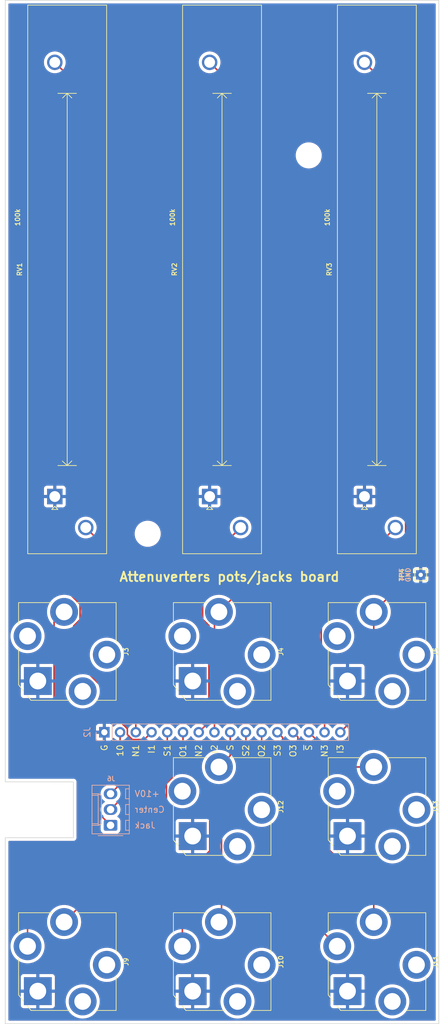
<source format=kicad_pcb>
(kicad_pcb (version 20211014) (generator pcbnew)
  (layers (0 "F.Cu" signal) (31 "B.Cu" signal) (34 "B.Paste" user) (35 "F.Paste" user) (36 "B.SilkS" user "B.Silkscreen") (37 "F.SilkS" user "F.Silkscreen") (38 "B.Mask" user) (39 "F.Mask" user) (44 "Edge.Cuts" user))
  (net 0 "")
  (net 1 "Board_0-10V_REF_P")
  (net 2 "Board_0-GND1")
  (net 3 "Board_0-INV1_P")
  (net 4 "Board_0-INV2_P")
  (net 5 "Board_0-INV3_P")
  (net 6 "Board_0-NONINV1_P")
  (net 7 "Board_0-NONINV2_P")
  (net 8 "Board_0-NONINV3_P")
  (net 9 "Board_0-Net-(J3-PadT)")
  (net 10 "Board_0-OUT1_P")
  (net 11 "Board_0-OUT2_P")
  (net 12 "Board_0-OUT3_P")
  (net 13 "Board_0-OUTSUM_P")
  (net 14 "Board_0-OUT~{SUM}_P")
  (net 15 "Board_0-SUM1_P")
  (net 16 "Board_0-SUM2_P")
  (net 17 "Board_0-SUM3_P")
  (footprint "ao_tht:Potentiometer_Alpha_RA6020F_Single_Slide" (layer "F.Cu") (at 147.999999 97.499997 90)
    (fp_text reference "RV2" (at 36.62 -5.68 90 unlocked) (layer "F.SilkS") (effects (font (size 0.75 0.75))))
    (fp_text value "100k")
    (fp_text user "${VALUE}" (at 45 -6 90 unlocked) (layer "F.SilkS") (effects (font (size 0.75 0.75))))
    (fp_line (start 65 2) (end 64.25 2.75) (layer "F.SilkS") (width 0.12))
    (fp_line (start -1.585 0) (end -2.085 -0.5) (layer "F.SilkS") (width 0.12))
    (fp_line (start -9.22 -4.37) (end 79.22 -4.37) (layer "F.SilkS") (width 0.12))
    (fp_line (start 5 2) (end 65 2) (layer "F.SilkS") (width 0.12))
    (fp_line (start -2.085 0.5) (end -1.585 0) (layer "F.SilkS") (width 0.12))
    (fp_line (start -2.085 -0.5) (end -2.085 0.5) (layer "F.SilkS") (width 0.12))
    (fp_line (start 5.72 1.22) (end 5 2) (layer "F.SilkS") (width 0.12))
    (fp_line (start 65 0.5) (end 65 3.5) (layer "F.SilkS") (width 0.12))
    (fp_line (start 64.25 1.25) (end 65 2) (layer "F.SilkS") (width 0.12))
    (fp_line (start 5 0.5) (end 5 3.5) (layer "F.SilkS") (width 0.12))
    (fp_line (start -9.22 8.37) (end 79.22 8.37) (layer "F.SilkS") (width 0.12))
    (fp_line (start 5 2) (end 5.75 2.75) (layer "F.SilkS") (width 0.12))
    (fp_line (start -9.22 -4.37) (end -9.22 8.37) (layer "F.SilkS") (width 0.12))
    (fp_line (start 79.22 -4.37) (end 79.22 8.37) (layer "F.SilkS") (width 0.12))
    (pad "1" thru_hole rect locked (at 0 0 90) (size 2.5 2.5) (drill 1.75) (layers *.Cu *.Mask) (net 2 "Board_0-GND1"))
    (pad "2" thru_hole circle locked (at -5 5 90) (size 2.5 2.5) (drill 1.75) (layers *.Cu *.Mask) (net 7 "Board_0-NONINV2_P"))
    (pad "3" thru_hole circle locked (at 70 0 90) (size 2.5 2.5) (drill 1.75) (layers *.Cu *.Mask) (net 4 "Board_0-INV2_P"))
  )
  (footprint "ao_tht:Potentiometer_Alpha_RA6020F_Single_Slide" (layer "F.Cu") (at 122.999999 97.499997 90)
    (fp_text reference "RV1" (at 36.62 -5.68 90 unlocked) (layer "F.SilkS") (effects (font (size 0.75 0.75))))
    (fp_text value "100k")
    (fp_text user "${VALUE}" (at 45 -6 90 unlocked) (layer "F.SilkS") (effects (font (size 0.75 0.75))))
    (fp_line (start -9.22 -4.37) (end 79.22 -4.37) (layer "F.SilkS") (width 0.12))
    (fp_line (start 65 0.5) (end 65 3.5) (layer "F.SilkS") (width 0.12))
    (fp_line (start 5.72 1.22) (end 5 2) (layer "F.SilkS") (width 0.12))
    (fp_line (start 5 2) (end 65 2) (layer "F.SilkS") (width 0.12))
    (fp_line (start -9.22 -4.37) (end -9.22 8.37) (layer "F.SilkS") (width 0.12))
    (fp_line (start 79.22 -4.37) (end 79.22 8.37) (layer "F.SilkS") (width 0.12))
    (fp_line (start -2.085 -0.5) (end -2.085 0.5) (layer "F.SilkS") (width 0.12))
    (fp_line (start -1.585 0) (end -2.085 -0.5) (layer "F.SilkS") (width 0.12))
    (fp_line (start -2.085 0.5) (end -1.585 0) (layer "F.SilkS") (width 0.12))
    (fp_line (start 65 2) (end 64.25 2.75) (layer "F.SilkS") (width 0.12))
    (fp_line (start 5 0.5) (end 5 3.5) (layer "F.SilkS") (width 0.12))
    (fp_line (start 5 2) (end 5.75 2.75) (layer "F.SilkS") (width 0.12))
    (fp_line (start -9.22 8.37) (end 79.22 8.37) (layer "F.SilkS") (width 0.12))
    (fp_line (start 64.25 1.25) (end 65 2) (layer "F.SilkS") (width 0.12))
    (pad "1" thru_hole rect locked (at 0 0 90) (size 2.5 2.5) (drill 1.75) (layers *.Cu *.Mask) (net 2 "Board_0-GND1"))
    (pad "2" thru_hole circle locked (at -5 5 90) (size 2.5 2.5) (drill 1.75) (layers *.Cu *.Mask) (net 6 "Board_0-NONINV1_P"))
    (pad "3" thru_hole circle locked (at 70 0 90) (size 2.5 2.5) (drill 1.75) (layers *.Cu *.Mask) (net 3 "Board_0-INV1_P"))
  )
  (footprint "ao_tht:MountingHole_3.2mm_M3" (layer "F.Cu") (at 163.999999 42.499997)
    (fp_text reference "H2" hide)
    (fp_text value "MountingHole")
    (pad "" np_thru_hole circle locked (at 0 0) (size 3.2 3.2) (drill 3.2) (layers *.Cu *.Mask))
  )
  (footprint "ao_tht:Jack_6.35mm_PJ_629HAN" (layer "F.Cu") (at 174.999999 147.499997 -90)
    (fp_text reference "J13" (at 0 -9.5 90 unlocked) (layer "F.SilkS") (effects (font (size 0.75 0.75))))
    (fp_text value "AudioJack2")
    (fp_line (start 2.5 -7.9) (end 7.85 -7.9) (layer "F.SilkS") (width 0.12))
    (fp_line (start 6.29 7.09) (end 5.35 7.85) (layer "F.SilkS") (width 0.12))
    (fp_line (start -7.9 7.85) (end -7.9 2.5) (layer "F.SilkS") (width 0.12))
    (fp_line (start -4.5 7.85) (end -7.9 7.85) (layer "F.SilkS") (width 0.12))
    (fp_line (start 7.85 5.85) (end 7.11 6.44) (layer "F.SilkS") (width 0.12))
    (fp_line (start -7.9 -7.9) (end -1.5 -7.9) (layer "F.SilkS") (width 0.12))
    (fp_line (start -7.9 -1.5) (end -7.9 -7.9) (layer "F.SilkS") (width 0.12))
    (fp_line (start 7.85 -7.9) (end 7.85 -4.7) (layer "F.SilkS") (width 0.12))
    (fp_line (start 7.85 5.8) (end 7.85 5.85) (layer "F.SilkS") (width 0.12))
    (fp_line (start 7.85 -0.4) (end 7.85 5.8) (layer "F.SilkS") (width 0.12))
    (fp_line (start 5.35 7.85) (end -0.5 7.85) (layer "F.SilkS") (width 0.12))
    (pad "R" thru_hole circle locked (at 0.5 -6.4 270) (size 4.500001 4.500001) (drill 2.7) (layers *.Cu *.Mask))
    (pad "RN" thru_hole circle locked (at 6.4 -2.5 270) (size 4.500001 4.500001) (drill 2.7) (layers *.Cu *.Mask))
    (pad "S" thru_hole rect locked (at 4.74 4.74 270) (size 4.500001 4.500001) (drill 2.7) (layers *.Cu *.Mask) (net 2 "Board_0-GND1"))
    (pad "T" thru_hole circle locked (at -6.4 0.5 270) (size 4.5 4.5) (drill 2.7) (layers *.Cu *.Mask) (net 14 "Board_0-OUT~{SUM}_P"))
    (pad "TN" thru_hole circle locked (at -2.5 6.4 270) (size 4.5 4.5) (drill 2.7) (layers *.Cu *.Mask))
  )
  (footprint "ao_tht:Jack_6.35mm_PJ_629HAN" (layer "F.Cu") (at 149.999999 147.499997 -90)
    (fp_text reference "J12" (at 0 -9.5 90 unlocked) (layer "F.SilkS") (effects (font (size 0.75 0.75))))
    (fp_text value "AudioJack2")
    (fp_line (start 7.85 5.8) (end 7.85 5.85) (layer "F.SilkS") (width 0.12))
    (fp_line (start -4.5 7.85) (end -7.9 7.85) (layer "F.SilkS") (width 0.12))
    (fp_line (start 5.35 7.85) (end -0.5 7.85) (layer "F.SilkS") (width 0.12))
    (fp_line (start -7.9 -1.5) (end -7.9 -7.9) (layer "F.SilkS") (width 0.12))
    (fp_line (start -7.9 7.85) (end -7.9 2.5) (layer "F.SilkS") (width 0.12))
    (fp_line (start 2.5 -7.9) (end 7.85 -7.9) (layer "F.SilkS") (width 0.12))
    (fp_line (start 7.85 -0.4) (end 7.85 5.8) (layer "F.SilkS") (width 0.12))
    (fp_line (start -7.9 -7.9) (end -1.5 -7.9) (layer "F.SilkS") (width 0.12))
    (fp_line (start 7.85 5.85) (end 7.11 6.44) (layer "F.SilkS") (width 0.12))
    (fp_line (start 7.85 -7.9) (end 7.85 -4.7) (layer "F.SilkS") (width 0.12))
    (fp_line (start 6.29 7.09) (end 5.35 7.85) (layer "F.SilkS") (width 0.12))
    (pad "R" thru_hole circle locked (at 0.5 -6.4 270) (size 4.500001 4.500001) (drill 2.7) (layers *.Cu *.Mask))
    (pad "RN" thru_hole circle locked (at 6.4 -2.5 270) (size 4.500001 4.500001) (drill 2.7) (layers *.Cu *.Mask))
    (pad "S" thru_hole rect locked (at 4.74 4.74 270) (size 4.500001 4.500001) (drill 2.7) (layers *.Cu *.Mask) (net 2 "Board_0-GND1"))
    (pad "T" thru_hole circle locked (at -6.4 0.5 270) (size 4.5 4.5) (drill 2.7) (layers *.Cu *.Mask) (net 13 "Board_0-OUTSUM_P"))
    (pad "TN" thru_hole circle locked (at -2.5 6.4 270) (size 4.5 4.5) (drill 2.7) (layers *.Cu *.Mask))
  )
  (footprint "ao_tht:TestPoint_THTPad_1.5x1.5mm_Drill0.7mm" (layer "F.Cu") (at 182.079999 110.129997 90)
    (fp_text reference "TP4" (at 0 -3.048 90 unlocked) (layer "F.SilkS") (effects (font (size 0.75 0.75))))
    (fp_text value "GND")
    (fp_text user "${VALUE}" (at 0 -2.032 90 unlocked) (layer "B.SilkS") (effects (font (size 0.75 0.75)) (justify mirror)))
    (fp_text user "${REFERENCE}" (at 0 -3.048 90 unlocked) (layer "B.SilkS") (effects (font (size 0.75 0.75)) (justify mirror)))
    (fp_text user "${VALUE}" (at 0 -2.032 90 unlocked) (layer "F.SilkS") (effects (font (size 0.75 0.75))))
    (fp_line (start -0.95 0.95) (end -0.95 -0.95) (layer "F.SilkS") (width 0.12))
    (fp_line (start 0.95 0.95) (end -0.95 0.95) (layer "F.SilkS") (width 0.12))
    (fp_line (start -0.95 -0.95) (end 0.95 -0.95) (layer "F.SilkS") (width 0.12))
    (fp_line (start 0.95 -0.95) (end 0.95 0.95) (layer "F.SilkS") (width 0.12))
    (pad "1" thru_hole rect locked (at 0 0 90) (size 1.5 1.5) (drill 0.7) (layers *.Cu *.Mask) (net 2 "Board_0-GND1"))
  )
  (footprint "ao_tht:Jack_6.35mm_PJ_629HAN" (layer "F.Cu") (at 124.999999 122.499997 -90)
    (fp_text reference "J3" (at 0 -9.5 90 unlocked) (layer "F.SilkS") (effects (font (size 0.75 0.75))))
    (fp_text value "AudioJack2")
    (fp_line (start 2.5 -7.9) (end 7.85 -7.9) (layer "F.SilkS") (width 0.12))
    (fp_line (start 7.85 -0.4) (end 7.85 5.8) (layer "F.SilkS") (width 0.12))
    (fp_line (start -7.9 -1.5) (end -7.9 -7.9) (layer "F.SilkS") (width 0.12))
    (fp_line (start -7.9 -7.9) (end -1.5 -7.9) (layer "F.SilkS") (width 0.12))
    (fp_line (start 6.29 7.09) (end 5.35 7.85) (layer "F.SilkS") (width 0.12))
    (fp_line (start 7.85 -7.9) (end 7.85 -4.7) (layer "F.SilkS") (width 0.12))
    (fp_line (start -7.9 7.85) (end -7.9 2.5) (layer "F.SilkS") (width 0.12))
    (fp_line (start 7.85 5.85) (end 7.11 6.44) (layer "F.SilkS") (width 0.12))
    (fp_line (start 7.85 5.8) (end 7.85 5.85) (layer "F.SilkS") (width 0.12))
    (fp_line (start 5.35 7.85) (end -0.5 7.85) (layer "F.SilkS") (width 0.12))
    (fp_line (start -4.5 7.85) (end -7.9 7.85) (layer "F.SilkS") (width 0.12))
    (pad "R" thru_hole circle locked (at 0.5 -6.4 270) (size 4.500001 4.500001) (drill 2.7) (layers *.Cu *.Mask))
    (pad "RN" thru_hole circle locked (at 6.4 -2.5 270) (size 4.500001 4.500001) (drill 2.7) (layers *.Cu *.Mask))
    (pad "S" thru_hole rect locked (at 4.74 4.74 270) (size 4.500001 4.500001) (drill 2.7) (layers *.Cu *.Mask) (net 2 "Board_0-GND1"))
    (pad "T" thru_hole circle locked (at -6.4 0.5 270) (size 4.5 4.5) (drill 2.7) (layers *.Cu *.Mask) (net 9 "Board_0-Net-(J3-PadT)"))
    (pad "TN" thru_hole circle locked (at -2.5 6.4 270) (size 4.5 4.5) (drill 2.7) (layers *.Cu *.Mask))
  )
  (footprint "ao_tht:Jack_6.35mm_PJ_629HAN" (layer "F.Cu") (at 124.999999 172.499997 -90)
    (fp_text reference "J9" (at 0 -9.5 90 unlocked) (layer "F.SilkS") (effects (font (size 0.75 0.75))))
    (fp_text value "AudioJack2_SwitchT")
    (fp_line (start 7.85 -0.4) (end 7.85 5.8) (layer "F.SilkS") (width 0.12))
    (fp_line (start -7.9 7.85) (end -7.9 2.5) (layer "F.SilkS") (width 0.12))
    (fp_line (start 5.35 7.85) (end -0.5 7.85) (layer "F.SilkS") (width 0.12))
    (fp_line (start 7.85 5.8) (end 7.85 5.85) (layer "F.SilkS") (width 0.12))
    (fp_line (start 7.85 5.85) (end 7.11 6.44) (layer "F.SilkS") (width 0.12))
    (fp_line (start 6.29 7.09) (end 5.35 7.85) (layer "F.SilkS") (width 0.12))
    (fp_line (start -7.9 -7.9) (end -1.5 -7.9) (layer "F.SilkS") (width 0.12))
    (fp_line (start 2.5 -7.9) (end 7.85 -7.9) (layer "F.SilkS") (width 0.12))
    (fp_line (start -7.9 -1.5) (end -7.9 -7.9) (layer "F.SilkS") (width 0.12))
    (fp_line (start -4.5 7.85) (end -7.9 7.85) (layer "F.SilkS") (width 0.12))
    (fp_line (start 7.85 -7.9) (end 7.85 -4.7) (layer "F.SilkS") (width 0.12))
    (pad "R" thru_hole circle locked (at 0.5 -6.4 270) (size 4.500001 4.500001) (drill 2.7) (layers *.Cu *.Mask))
    (pad "RN" thru_hole circle locked (at 6.4 -2.5 270) (size 4.500001 4.500001) (drill 2.7) (layers *.Cu *.Mask))
    (pad "S" thru_hole rect locked (at 4.74 4.74 270) (size 4.500001 4.500001) (drill 2.7) (layers *.Cu *.Mask) (net 2 "Board_0-GND1"))
    (pad "T" thru_hole circle locked (at -6.4 0.5 270) (size 4.5 4.5) (drill 2.7) (layers *.Cu *.Mask) (net 10 "Board_0-OUT1_P"))
    (pad "TN" thru_hole circle locked (at -2.5 6.4 270) (size 4.5 4.5) (drill 2.7) (layers *.Cu *.Mask) (net 15 "Board_0-SUM1_P"))
  )
  (footprint "ao_tht:Potentiometer_Alpha_RA6020F_Single_Slide" (layer "F.Cu") (at 172.999999 97.499997 90)
    (fp_text reference "RV3" (at 36.62 -5.68 90 unlocked) (layer "F.SilkS") (effects (font (size 0.75 0.75))))
    (fp_text value "100k")
    (fp_text user "${VALUE}" (at 45 -6 90 unlocked) (layer "F.SilkS") (effects (font (size 0.75 0.75))))
    (fp_line (start -2.085 0.5) (end -1.585 0) (layer "F.SilkS") (width 0.12))
    (fp_line (start 79.22 -4.37) (end 79.22 8.37) (layer "F.SilkS") (width 0.12))
    (fp_line (start 5.72 1.22) (end 5 2) (layer "F.SilkS") (width 0.12))
    (fp_line (start -9.22 8.37) (end 79.22 8.37) (layer "F.SilkS") (width 0.12))
    (fp_line (start 5 2) (end 5.75 2.75) (layer "F.SilkS") (width 0.12))
    (fp_line (start 5 2) (end 65 2) (layer "F.SilkS") (width 0.12))
    (fp_line (start 64.25 1.25) (end 65 2) (layer "F.SilkS") (width 0.12))
    (fp_line (start -1.585 0) (end -2.085 -0.5) (layer "F.SilkS") (width 0.12))
    (fp_line (start -9.22 -4.37) (end 79.22 -4.37) (layer "F.SilkS") (width 0.12))
    (fp_line (start 65 2) (end 64.25 2.75) (layer "F.SilkS") (width 0.12))
    (fp_line (start -9.22 -4.37) (end -9.22 8.37) (layer "F.SilkS") (width 0.12))
    (fp_line (start 65 0.5) (end 65 3.5) (layer "F.SilkS") (width 0.12))
    (fp_line (start 5 0.5) (end 5 3.5) (layer "F.SilkS") (width 0.12))
    (fp_line (start -2.085 -0.5) (end -2.085 0.5) (layer "F.SilkS") (width 0.12))
    (pad "1" thru_hole rect locked (at 0 0 90) (size 2.5 2.5) (drill 1.75) (layers *.Cu *.Mask) (net 2 "Board_0-GND1"))
    (pad "2" thru_hole circle locked (at -5 5 90) (size 2.5 2.5) (drill 1.75) (layers *.Cu *.Mask) (net 8 "Board_0-NONINV3_P"))
    (pad "3" thru_hole circle locked (at 70 0 90) (size 2.5 2.5) (drill 1.75) (layers *.Cu *.Mask) (net 5 "Board_0-INV3_P"))
  )
  (footprint "ao_tht:MountingHole_3.2mm_M3" (layer "F.Cu") (at 137.999999 103.499997)
    (fp_text reference "H3" hide)
    (fp_text value "MountingHole")
    (pad "" np_thru_hole circle locked (at 0 0) (size 3.2 3.2) (drill 3.2) (layers *.Cu *.Mask))
  )
  (footprint "ao_tht:Jack_6.35mm_PJ_629HAN" (layer "F.Cu") (at 149.999999 122.499997 -90)
    (fp_text reference "J4" (at 0 -9.5 90 unlocked) (layer "F.SilkS") (effects (font (size 0.75 0.75))))
    (fp_text value "AudioJack2")
    (fp_line (start 7.85 -0.4) (end 7.85 5.8) (layer "F.SilkS") (width 0.12))
    (fp_line (start 2.5 -7.9) (end 7.85 -7.9) (layer "F.SilkS") (width 0.12))
    (fp_line (start -7.9 -7.9) (end -1.5 -7.9) (layer "F.SilkS") (width 0.12))
    (fp_line (start 7.85 5.8) (end 7.85 5.85) (layer "F.SilkS") (width 0.12))
    (fp_line (start 5.35 7.85) (end -0.5 7.85) (layer "F.SilkS") (width 0.12))
    (fp_line (start 6.29 7.09) (end 5.35 7.85) (layer "F.SilkS") (width 0.12))
    (fp_line (start -4.5 7.85) (end -7.9 7.85) (layer "F.SilkS") (width 0.12))
    (fp_line (start 7.85 -7.9) (end 7.85 -4.7) (layer "F.SilkS") (width 0.12))
    (fp_line (start 7.85 5.85) (end 7.11 6.44) (layer "F.SilkS") (width 0.12))
    (fp_line (start -7.9 7.85) (end -7.9 2.5) (layer "F.SilkS") (width 0.12))
    (fp_line (start -7.9 -1.5) (end -7.9 -7.9) (layer "F.SilkS") (width 0.12))
    (pad "R" thru_hole circle locked (at 0.5 -6.4 270) (size 4.500001 4.500001) (drill 2.7) (layers *.Cu *.Mask))
    (pad "RN" thru_hole circle locked (at 6.4 -2.5 270) (size 4.500001 4.500001) (drill 2.7) (layers *.Cu *.Mask))
    (pad "S" thru_hole rect locked (at 4.74 4.74 270) (size 4.500001 4.500001) (drill 2.7) (layers *.Cu *.Mask) (net 2 "Board_0-GND1"))
    (pad "T" thru_hole circle locked (at -6.4 0.5 270) (size 4.5 4.5) (drill 2.7) (layers *.Cu *.Mask) (net 4 "Board_0-INV2_P"))
    (pad "TN" thru_hole circle locked (at -2.5 6.4 270) (size 4.5 4.5) (drill 2.7) (layers *.Cu *.Mask))
  )
  (footprint "ao_tht:Jack_6.35mm_PJ_629HAN" (layer "F.Cu") (at 149.999999 172.499997 -90)
    (fp_text reference "J10" (at 0 -9.5 90 unlocked) (layer "F.SilkS") (effects (font (size 0.75 0.75))))
    (fp_text value "AudioJack2_SwitchT")
    (fp_line (start -4.5 7.85) (end -7.9 7.85) (layer "F.SilkS") (width 0.12))
    (fp_line (start 7.85 5.85) (end 7.11 6.44) (layer "F.SilkS") (width 0.12))
    (fp_line (start 5.35 7.85) (end -0.5 7.85) (layer "F.SilkS") (width 0.12))
    (fp_line (start 7.85 5.8) (end 7.85 5.85) (layer "F.SilkS") (width 0.12))
    (fp_line (start 2.5 -7.9) (end 7.85 -7.9) (layer "F.SilkS") (width 0.12))
    (fp_line (start -7.9 -7.9) (end -1.5 -7.9) (layer "F.SilkS") (width 0.12))
    (fp_line (start 7.85 -7.9) (end 7.85 -4.7) (layer "F.SilkS") (width 0.12))
    (fp_line (start -7.9 -1.5) (end -7.9 -7.9) (layer "F.SilkS") (width 0.12))
    (fp_line (start 7.85 -0.4) (end 7.85 5.8) (layer "F.SilkS") (width 0.12))
    (fp_line (start 6.29 7.09) (end 5.35 7.85) (layer "F.SilkS") (width 0.12))
    (fp_line (start -7.9 7.85) (end -7.9 2.5) (layer "F.SilkS") (width 0.12))
    (pad "R" thru_hole circle locked (at 0.5 -6.4 270) (size 4.500001 4.500001) (drill 2.7) (layers *.Cu *.Mask))
    (pad "RN" thru_hole circle locked (at 6.4 -2.5 270) (size 4.500001 4.500001) (drill 2.7) (layers *.Cu *.Mask))
    (pad "S" thru_hole rect locked (at 4.74 4.74 270) (size 4.500001 4.500001) (drill 2.7) (layers *.Cu *.Mask) (net 2 "Board_0-GND1"))
    (pad "T" thru_hole circle locked (at -6.4 0.5 270) (size 4.5 4.5) (drill 2.7) (layers *.Cu *.Mask) (net 11 "Board_0-OUT2_P"))
    (pad "TN" thru_hole circle locked (at -2.5 6.4 270) (size 4.5 4.5) (drill 2.7) (layers *.Cu *.Mask) (net 16 "Board_0-SUM2_P"))
  )
  (footprint "ao_tht:Jack_6.35mm_PJ_629HAN" (layer "F.Cu") (at 174.999999 122.499997 -90)
    (fp_text reference "J5" (at 0 -9.5 90 unlocked) (layer "F.SilkS") (effects (font (size 0.75 0.75))))
    (fp_text value "AudioJack2")
    (fp_line (start 5.35 7.85) (end -0.5 7.85) (layer "F.SilkS") (width 0.12))
    (fp_line (start 7.85 -0.4) (end 7.85 5.8) (layer "F.SilkS") (width 0.12))
    (fp_line (start -7.9 7.85) (end -7.9 2.5) (layer "F.SilkS") (width 0.12))
    (fp_line (start 7.85 5.85) (end 7.11 6.44) (layer "F.SilkS") (width 0.12))
    (fp_line (start -7.9 -1.5) (end -7.9 -7.9) (layer "F.SilkS") (width 0.12))
    (fp_line (start -4.5 7.85) (end -7.9 7.85) (layer "F.SilkS") (width 0.12))
    (fp_line (start 6.29 7.09) (end 5.35 7.85) (layer "F.SilkS") (width 0.12))
    (fp_line (start -7.9 -7.9) (end -1.5 -7.9) (layer "F.SilkS") (width 0.12))
    (fp_line (start 2.5 -7.9) (end 7.85 -7.9) (layer "F.SilkS") (width 0.12))
    (fp_line (start 7.85 5.8) (end 7.85 5.85) (layer "F.SilkS") (width 0.12))
    (fp_line (start 7.85 -7.9) (end 7.85 -4.7) (layer "F.SilkS") (width 0.12))
    (pad "R" thru_hole circle locked (at 0.5 -6.4 270) (size 4.500001 4.500001) (drill 2.7) (layers *.Cu *.Mask))
    (pad "RN" thru_hole circle locked (at 6.4 -2.5 270) (size 4.500001 4.500001) (drill 2.7) (layers *.Cu *.Mask))
    (pad "S" thru_hole rect locked (at 4.74 4.74 270) (size 4.500001 4.500001) (drill 2.7) (layers *.Cu *.Mask) (net 2 "Board_0-GND1"))
    (pad "T" thru_hole circle locked (at -6.4 0.5 270) (size 4.5 4.5) (drill 2.7) (layers *.Cu *.Mask) (net 5 "Board_0-INV3_P"))
    (pad "TN" thru_hole circle locked (at -2.5 6.4 270) (size 4.5 4.5) (drill 2.7) (layers *.Cu *.Mask))
  )
  (footprint "ao_tht:Jack_6.35mm_PJ_629HAN" (layer "F.Cu") (at 174.999999 172.499997 -90)
    (fp_text reference "J11" (at 0 -9.5 90 unlocked) (layer "F.SilkS") (effects (font (size 0.75 0.75))))
    (fp_text value "AudioJack2_SwitchT")
    (fp_line (start 5.35 7.85) (end -0.5 7.85) (layer "F.SilkS") (width 0.12))
    (fp_line (start -7.9 7.85) (end -7.9 2.5) (layer "F.SilkS") (width 0.12))
    (fp_line (start 7.85 5.85) (end 7.11 6.44) (layer "F.SilkS") (width 0.12))
    (fp_line (start 6.29 7.09) (end 5.35 7.85) (layer "F.SilkS") (width 0.12))
    (fp_line (start -7.9 -7.9) (end -1.5 -7.9) (layer "F.SilkS") (width 0.12))
    (fp_line (start -4.5 7.85) (end -7.9 7.85) (layer "F.SilkS") (width 0.12))
    (fp_line (start 7.85 -7.9) (end 7.85 -4.7) (layer "F.SilkS") (width 0.12))
    (fp_line (start 2.5 -7.9) (end 7.85 -7.9) (layer "F.SilkS") (width 0.12))
    (fp_line (start 7.85 -0.4) (end 7.85 5.8) (layer "F.SilkS") (width 0.12))
    (fp_line (start 7.85 5.8) (end 7.85 5.85) (layer "F.SilkS") (width 0.12))
    (fp_line (start -7.9 -1.5) (end -7.9 -7.9) (layer "F.SilkS") (width 0.12))
    (pad "R" thru_hole circle locked (at 0.5 -6.4 270) (size 4.500001 4.500001) (drill 2.7) (layers *.Cu *.Mask))
    (pad "RN" thru_hole circle locked (at 6.4 -2.5 270) (size 4.500001 4.500001) (drill 2.7) (layers *.Cu *.Mask))
    (pad "S" thru_hole rect locked (at 4.74 4.74 270) (size 4.500001 4.500001) (drill 2.7) (layers *.Cu *.Mask) (net 2 "Board_0-GND1"))
    (pad "T" thru_hole circle locked (at -6.4 0.5 270) (size 4.5 4.5) (drill 2.7) (layers *.Cu *.Mask) (net 12 "Board_0-OUT3_P"))
    (pad "TN" thru_hole circle locked (at -2.5 6.4 270) (size 4.5 4.5) (drill 2.7) (layers *.Cu *.Mask) (net 17 "Board_0-SUM3_P"))
  )
  (footprint "ao_tht:Molex_KK-254_AE-6410-03A_1x03_P2.54mm_Vertical" (layer "B.Cu") (at 131.999999 150.499997 90)
    (fp_text reference "J6" (at 7.5 0.08 unlocked) (layer "B.SilkS") (effects (font (size 0.75 0.75)) (justify mirror)))
    (fp_text value "3_pin_Molex_header")
    (fp_line (start 5.08 -1.99) (end 5.08 -2.99) (layer "B.SilkS") (width 0.12))
    (fp_line (start 0.25 -1.46) (end 4.83 -1.46) (layer "B.SilkS") (width 0.12))
    (fp_line (start 5.88 2.43) (end 5.88 3.03) (layer "B.SilkS") (width 0.12))
    (fp_line (start 1.74 2.43) (end 3.34 2.43) (layer "B.SilkS") (width 0.12))
    (fp_line (start 0 -1.99) (end 0.25 -1.46) (layer "B.SilkS") (width 0.12))
    (fp_line (start 0 -2.99) (end 0 -1.99) (layer "B.SilkS") (width 0.12))
    (fp_line (start -0.8 3.03) (end -0.8 2.43) (layer "B.SilkS") (width 0.12))
    (fp_line (start -1.67 2) (end -1.67 -2) (layer "B.SilkS") (width 0.12))
    (fp_line (start 4.28 2.43) (end 5.88 2.43) (layer "B.SilkS") (width 0.12))
    (fp_line (start 4.28 3.03) (end 4.28 2.43) (layer "B.SilkS") (width 0.12))
    (fp_line (start 6.46 3.03) (end -1.38 3.03) (layer "B.SilkS") (width 0.12))
    (fp_line (start -0.8 2.43) (end 0.8 2.43) (layer "B.SilkS") (width 0.12))
    (fp_line (start 6.46 -2.99) (end 6.46 3.03) (layer "B.SilkS") (width 0.12))
    (fp_line (start 0 -1.99) (end 5.08 -1.99) (layer "B.SilkS") (width 0.12))
    (fp_line (start 4.83 -1.46) (end 5.08 -1.99) (layer "B.SilkS") (width 0.12))
    (fp_line (start -1.38 3.03) (end -1.38 -2.99) (layer "B.SilkS") (width 0.12))
    (fp_line (start 0.8 2.43) (end 0.8 3.03) (layer "B.SilkS") (width 0.12))
    (fp_line (start -1.38 -2.99) (end 6.46 -2.99) (layer "B.SilkS") (width 0.12))
    (fp_line (start 1.74 3.03) (end 1.74 2.43) (layer "B.SilkS") (width 0.12))
    (fp_line (start 4.83 -2.99) (end 4.83 -1.99) (layer "B.SilkS") (width 0.12))
    (fp_line (start 3.34 2.43) (end 3.34 3.03) (layer "B.SilkS") (width 0.12))
    (fp_line (start 0.25 -2.99) (end 0.25 -1.99) (layer "B.SilkS") (width 0.12))
    (pad "1" thru_hole roundrect locked (at 0 0 90) (size 1.74 2.2) (drill 1.2) (layers *.Cu *.Mask) (roundrect_rratio 0.143678) (net 9 "Board_0-Net-(J3-PadT)"))
    (pad "2" thru_hole oval locked (at 2.54 0 90) (size 1.74 2.2) (drill 1.2) (layers *.Cu *.Mask) (net 3 "Board_0-INV1_P"))
    (pad "3" thru_hole oval locked (at 5.08 0 90) (size 1.74 2.2) (drill 1.2) (layers *.Cu *.Mask) (net 1 "Board_0-10V_REF_P"))
  )
  (footprint "Connector_PinSocket_2.54mm:PinSocket_1x16_P2.54mm_Vertical" (layer "B.Cu") (at 130.999999 135.499997 -90)
    (fp_text reference "J2" (at 0 2.77 90 unlocked) (layer "B.SilkS") (effects (justify mirror)))
    (fp_text value "Conn_01x16")
    (fp_line (start 1.33 -1.27) (end 1.33 -39.43) (layer "B.SilkS") (width 0.12))
    (fp_line (start 1.33 1.33) (end 1.33 0) (layer "B.SilkS") (width 0.12))
    (fp_line (start -1.33 -1.27) (end 1.33 -1.27) (layer "B.SilkS") (width 0.12))
    (fp_line (start -1.33 -1.27) (end -1.33 -39.43) (layer "B.SilkS") (width 0.12))
    (fp_line (start -1.33 -39.43) (end 1.33 -39.43) (layer "B.SilkS") (width 0.12))
    (fp_line (start 0 1.33) (end 1.33 1.33) (layer "B.SilkS") (width 0.12))
    (pad "1" thru_hole rect (at 0 0 270) (size 1.7 1.7) (drill 1) (layers *.Cu *.Mask) (net 2 "Board_0-GND1"))
    (pad "2" thru_hole oval (at 0 -2.54 270) (size 1.7 1.7) (drill 1) (layers *.Cu *.Mask) (net 1 "Board_0-10V_REF_P"))
    (pad "3" thru_hole oval (at 0 -5.08 270) (size 1.7 1.7) (drill 1) (layers *.Cu *.Mask) (net 6 "Board_0-NONINV1_P"))
    (pad "4" thru_hole oval (at 0 -7.62 270) (size 1.7 1.7) (drill 1) (layers *.Cu *.Mask) (net 3 "Board_0-INV1_P"))
    (pad "5" thru_hole oval (at 0 -10.16 270) (size 1.7 1.7) (drill 1) (layers *.Cu *.Mask) (net 15 "Board_0-SUM1_P"))
    (pad "6" thru_hole oval (at 0 -12.7 270) (size 1.7 1.7) (drill 1) (layers *.Cu *.Mask) (net 10 "Board_0-OUT1_P"))
    (pad "7" thru_hole oval (at 0 -15.24 270) (size 1.7 1.7) (drill 1) (layers *.Cu *.Mask) (net 7 "Board_0-NONINV2_P"))
    (pad "8" thru_hole oval (at 0 -17.78 270) (size 1.7 1.7) (drill 1) (layers *.Cu *.Mask) (net 4 "Board_0-INV2_P"))
    (pad "9" thru_hole oval (at 0 -20.32 270) (size 1.7 1.7) (drill 1) (layers *.Cu *.Mask) (net 13 "Board_0-OUTSUM_P"))
    (pad "10" thru_hole oval (at 0 -22.86 270) (size 1.7 1.7) (drill 1) (layers *.Cu *.Mask) (net 16 "Board_0-SUM2_P"))
    (pad "11" thru_hole oval (at 0 -25.4 270) (size 1.7 1.7) (drill 1) (layers *.Cu *.Mask) (net 11 "Board_0-OUT2_P"))
    (pad "12" thru_hole oval (at 0 -27.94 270) (size 1.7 1.7) (drill 1) (layers *.Cu *.Mask) (net 17 "Board_0-SUM3_P"))
    (pad "13" thru_hole oval (at 0 -30.48 270) (size 1.7 1.7) (drill 1) (layers *.Cu *.Mask) (net 12 "Board_0-OUT3_P"))
    (pad "14" thru_hole oval (at 0 -33.02 270) (size 1.7 1.7) (drill 1) (layers *.Cu *.Mask) (net 14 "Board_0-OUT~{SUM}_P"))
    (pad "15" thru_hole oval (at 0 -35.56 270) (size 1.7 1.7) (drill 1) (layers *.Cu *.Mask) (net 8 "Board_0-NONINV3_P"))
    (pad "16" thru_hole oval (at 0 -38.1 270) (size 1.7 1.7) (drill 1) (layers *.Cu *.Mask) (net 5 "Board_0-INV3_P"))
  )
  (gr_line (start 185.000471 17.499118) (end 185.000881 182.500471) (layer "Edge.Cuts") (width 0.1))
  (gr_line (start 114.999 152.5) (end 125.999 152.499) (layer "Edge.Cuts") (width 0.1))
  (gr_line (start 185.000881 182.500471) (end 114.999617 182.500923) (layer "Edge.Cuts") (width 0.1))
  (gr_line (start 114.999617 182.500923) (end 114.999 152.5) (layer "Edge.Cuts") (width 0.1))
  (gr_line (start 114.999118 17.499528) (end 185.000471 17.499118) (layer "Edge.Cuts") (width 0.1))
  (gr_line (start 125.999 152.499) (end 125.999 143.501) (layer "Edge.Cuts") (width 0.1))
  (gr_line (start 125.999 143.501) (end 114.999004 143.500098) (layer "Edge.Cuts") (width 0.1))
  (gr_line (start 114.999004 143.500098) (end 114.999118 17.499528) (layer "Edge.Cuts") (width 0.1))
  (gr_text "+10V" (at 135.809999 145.419997) (layer "B.SilkS") (effects (font (size 1 1)) (justify right mirror)))
  (gr_text "Jack" (at 135.809999 150.499997) (layer "B.SilkS") (effects (font (size 1 1)) (justify right mirror)))
  (gr_text "Center" (at 135.809999 147.959997) (layer "B.SilkS") (effects (font (size 1 1)) (justify right mirror)))
  (gr_text "I3" (at 169.099999 137.404997 90) (layer "F.SilkS") (effects (font (size 1 1)) (justify right)))
  (gr_text "S1" (at 141.159999 137.404997 90) (layer "F.SilkS") (effects (font (size 1 1)) (justify right)))
  (gr_text "N1" (at 136.079999 137.404997 90) (layer "F.SilkS") (effects (font (size 1 1)) (justify right)))
  (gr_text "Attenuverters pots/jacks board" (at 151.199999 110.439997) (layer "F.SilkS") (effects (font (size 1.5 1.5) (thickness 0.3))))
  (gr_text "S2" (at 153.859999 137.404997 90) (layer "F.SilkS") (effects (font (size 1 1)) (justify right)))
  (gr_text "O1" (at 143.699999 137.404997 90) (layer "F.SilkS") (effects (font (size 1 1)) (justify right)))
  (gr_text "I2" (at 148.779999 137.404997 90) (layer "F.SilkS") (effects (font (size 1 1)) (justify right)))
  (gr_text "S" (at 151.319999 137.404997 90) (layer "F.SilkS") (effects (font (size 1 1)) (justify right)))
  (gr_text "G" (at 130.999999 137.404997 90) (layer "F.SilkS") (effects (font (size 1 1)) (justify right)))
  (gr_text "S3" (at 158.939999 137.404997 90) (layer "F.SilkS") (effects (font (size 1 1)) (justify right)))
  (gr_text "N3" (at 166.559999 137.404997 90) (layer "F.SilkS") (effects (font (size 1 1)) (justify right)))
  (gr_text "~{S}" (at 164.019999 137.404997 90) (layer "F.SilkS") (effects (font (size 1 1)) (justify right)))
  (gr_text "O3" (at 161.479999 137.404997 90) (layer "F.SilkS") (effects (font (size 1 1)) (justify right)))
  (gr_text "10" (at 133.539999 137.404997 90) (layer "F.SilkS") (effects (font (size 1 1)) (justify right)))
  (gr_text "I1" (at 138.619999 137.404997 90) (layer "F.SilkS") (effects (font (size 1 1)) (justify right)))
  (gr_text "N2" (at 146.239999 137.404997 90) (layer "F.SilkS") (effects (font (size 1 1)) (justify right)))
  (gr_text "O2" (at 156.399999 137.404997 90) (layer "F.SilkS") (effects (font (size 1 1)) (justify right)))
  (segment (start 131.999999 145.419997) (end 133.539999 143.879997) (width 0.25) (layer "F.Cu") (net 1))
  (segment (start 133.539999 143.879997) (end 133.539999 135.499997) (width 0.25) (layer "F.Cu") (net 1))
  (segment (start 130.985998 131.226996) (end 134.083998 134.324996) (width 0.25) (layer "F.Cu") (net 3))
  (segment (start 134.174999 138.015997) (end 134.174999 145.784997) (width 0.25) (layer "F.Cu") (net 3))
  (segment (start 126.046999 123.635995) (end 130.985998 128.574994) (width 0.25) (layer "F.Cu") (net 3))
  (segment (start 135.515998 136.674998) (end 137.444998 136.674998) (width 0.25) (layer "F.Cu") (net 3))
  (segment (start 135.515998 136.674998) (end 134.174999 138.015997) (width 0.25) (layer "F.Cu") (net 3))
  (segment (start 124.903999 29.403997) (end 124.903999 112.692995) (width 0.25) (layer "F.Cu") (net 3))
  (segment (start 134.715 134.935996) (end 134.715 135.874) (width 0.25) (layer "F.Cu") (net 3))
  (segment (start 134.104 134.324996) (end 134.715 134.935996) (width 0.25) (layer "F.Cu") (net 3))
  (segment (start 134.715 135.874) (end 135.515998 136.674998) (width 0.25) (layer "F.Cu") (net 3))
  (segment (start 127.075 114.863996) (end 127.075 117.335998) (width 0.25) (layer "F.Cu") (net 3))
  (segment (start 134.174999 145.784997) (end 131.999999 147.959997) (width 0.25) (layer "F.Cu") (net 3))
  (segment (start 134.083998 134.324996) (end 134.104 134.324996) (width 0.25) (layer "F.Cu") (net 3))
  (segment (start 137.444998 136.674998) (end 138.619999 135.499997) (width 0.25) (layer "F.Cu") (net 3))
  (segment (start 126.046999 118.363999) (end 126.046999 123.635995) (width 0.25) (layer "F.Cu") (net 3))
  (segment (start 127.075 117.335998) (end 126.046999 118.363999) (width 0.25) (layer "F.Cu") (net 3))
  (segment (start 124.903999 112.692995) (end 127.075 114.863996) (width 0.25) (layer "F.Cu") (net 3))
  (segment (start 130.985998 128.574994) (end 130.985998 131.226996) (width 0.25) (layer "F.Cu") (net 3))
  (segment (start 122.999999 27.499997) (end 124.903999 29.403997) (width 0.25) (layer "F.Cu") (net 3))
  (segment (start 155.764999 109.834997) (end 155.764999 35.264997) (width 0.25) (layer "F.Cu") (net 4))
  (segment (start 155.764999 35.264997) (end 147.999999 27.499997) (width 0.25) (layer "F.Cu") (net 4))
  (segment (start 149.499999 116.099997) (end 155.764999 109.834997) (width 0.25) (layer "F.Cu") (net 4))
  (segment (start 148.779999 135.499997) (end 148.779999 116.819997) (width 0.25) (layer "F.Cu") (net 4))
  (segment (start 179.640999 110.958997) (end 179.640999 34.140997) (width 0.25) (layer "F.Cu") (net 5))
  (segment (start 174.499999 130.099997) (end 169.099999 135.499997) (width 0.25) (layer "F.Cu") (net 5))
  (segment (start 179.640999 34.140997) (end 172.999999 27.499997) (width 0.25) (layer "F.Cu") (net 5))
  (segment (start 174.499999 116.099997) (end 174.499999 130.099997) (width 0.25) (layer "F.Cu") (net 5))
  (segment (start 174.499999 116.099997) (end 179.640999 110.958997) (width 0.25) (layer "F.Cu") (net 5))
  (segment (start 136.079999 110.579997) (end 127.999999 102.499997) (width 0.25) (layer "F.Cu") (net 6))
  (segment (start 136.079999 135.499997) (end 136.079999 110.579997) (width 0.25) (layer "F.Cu") (net 6))
  (segment (start 147.885001 118.296001) (end 146.874999 117.285999) (width 0.25) (layer "F.Cu") (net 7))
  (segment (start 147.885001 133.854995) (end 147.885001 118.296001) (width 0.25) (layer "F.Cu") (net 7))
  (segment (start 146.874999 108.624997) (end 152.999999 102.499997) (width 0.25) (layer "F.Cu") (net 7))
  (segment (start 146.239999 135.499997) (end 147.885001 133.854995) (width 0.25) (layer "F.Cu") (net 7))
  (segment (start 146.874999 117.285999) (end 146.874999 108.624997) (width 0.25) (layer "F.Cu") (net 7))
  (segment (start 177.999999 102.499997) (end 166.055999 114.443997) (width 0.25) (layer "F.Cu") (net 8))
  (segment (start 166.055999 121.266999) (end 166.055999 125.260995) (width 0.25) (layer "F.Cu") (net 8))
  (segment (start 166.055999 114.443997) (end 166.055999 118.732995) (width 0.25) (layer "F.Cu") (net 8))
  (segment (start 166.055999 118.732995) (end 166.024998 118.763996) (width 0.25) (layer "F.Cu") (net 8))
  (segment (start 166.559999 125.764995) (end 166.559999 135.499997) (width 0.25) (layer "F.Cu") (net 8))
  (segment (start 166.055999 125.260995) (end 166.559999 125.764995) (width 0.25) (layer "F.Cu") (net 8))
  (segment (start 166.024998 121.235998) (end 166.055999 121.266999) (width 0.25) (layer "F.Cu") (net 8))
  (segment (start 166.024998 118.763996) (end 166.024998 121.235998) (width 0.25) (layer "F.Cu") (net 8))
  (segment (start 122.885001 131.534995) (end 122.885001 117.714995) (width 0.25) (layer "F.Cu") (net 9))
  (segment (start 129.856999 148.356997) (end 129.856999 138.506993) (width 0.25) (layer "F.Cu") (net 9))
  (segment (start 122.885001 117.714995) (end 124.499999 116.099997) (width 0.25) (layer "F.Cu") (net 9))
  (segment (start 131.999999 150.499997) (end 129.856999 148.356997) (width 0.25) (layer "F.Cu") (net 9))
  (segment (start 129.856999 138.506993) (end 122.885001 131.534995) (width 0.25) (layer "F.Cu") (net 9))
  (segment (start 143.699999 141.088995) (end 141.024998 143.763996) (width 0.25) (layer "F.Cu") (net 10))
  (segment (start 141.024998 149.574998) (end 124.499999 166.099997) (width 0.25) (layer "F.Cu") (net 10))
  (segment (start 141.024998 143.763996) (end 141.024998 149.574998) (width 0.25) (layer "F.Cu") (net 10))
  (segment (start 143.699999 135.499997) (end 143.699999 141.088995) (width 0.25) (layer "F.Cu") (net 10))
  (segment (start 156.399999 142.297997) (end 156.399999 135.499997) (width 0.25) (layer "F.Cu") (net 11))
  (segment (start 149.924998 155.135998) (end 149.924998 152.663996) (width 0.25) (layer "F.Cu") (net 11))
  (segment (start 149.926999 165.672997) (end 149.926999 155.137999) (width 0.25) (layer "F.Cu") (net 11))
  (segment (start 149.926999 155.137999) (end 149.924998 155.135998) (width 0.25) (layer "F.Cu") (net 11))
  (segment (start 149.926999 152.661995) (end 149.926999 148.770997) (width 0.25) (layer "F.Cu") (net 11))
  (segment (start 149.924998 152.663996) (end 149.926999 152.661995) (width 0.25) (layer "F.Cu") (net 11))
  (segment (start 149.926999 148.770997) (end 156.399999 142.297997) (width 0.25) (layer "F.Cu") (net 11))
  (segment (start 162.245999 136.265997) (end 161.479999 135.499997) (width 0.25) (layer "F.Cu") (net 12))
  (segment (start 174.499999 166.099997) (end 174.499999 161.655) (width 0.25) (layer "F.Cu") (net 12))
  (segment (start 162.245999 149.401) (end 162.245999 136.265997) (width 0.25) (layer "F.Cu") (net 12))
  (segment (start 174.499999 161.655) (end 162.245999 149.401) (width 0.25) (layer "F.Cu") (net 12))
  (segment (start 149.499999 141.099997) (end 151.319999 139.279997) (width 0.25) (layer "F.Cu") (net 13))
  (segment (start 151.319999 139.279997) (end 151.319999 135.499997) (width 0.25) (layer "F.Cu") (net 13))
  (segment (start 174.499999 141.099997) (end 169.619999 141.099997) (width 0.25) (layer "F.Cu") (net 14))
  (segment (start 169.619999 141.099997) (end 164.019999 135.499997) (width 0.25) (layer "F.Cu") (net 14))
  (segment (start 125.169999 161.343997) (end 122.494999 161.343997) (width 0.25) (layer "F.Cu") (net 15))
  (segment (start 122.494999 161.343997) (end 118.599999 165.238997) (width 0.25) (layer "F.Cu") (net 15))
  (segment (start 138.623999 142.674997) (end 138.623999 147.889997) (width 0.25) (layer "F.Cu") (net 15))
  (segment (start 141.159999 140.138997) (end 138.623999 142.674997) (width 0.25) (layer "F.Cu") (net 15))
  (segment (start 141.159999 135.499997) (end 141.159999 140.138997) (width 0.25) (layer "F.Cu") (net 15))
  (segment (start 138.623999 147.889997) (end 125.169999 161.343997) (width 0.25) (layer "F.Cu") (net 15))
  (segment (start 118.599999 165.238997) (end 118.599999 169.999997) (width 0.25) (layer "F.Cu") (net 15))
  (segment (start 148.021999 148.135997) (end 153.859999 142.297997) (width 0.25) (layer "F.Cu") (net 16))
  (segment (start 148.021999 154.619587) (end 148.021999 148.135997) (width 0.25) (layer "F.Cu") (net 16))
  (segment (start 143.599999 169.999997) (end 143.599999 159.041587) (width 0.25) (layer "F.Cu") (net 16))
  (segment (start 143.599999 159.041587) (end 148.021999 154.619587) (width 0.25) (layer "F.Cu") (net 16))
  (segment (start 153.859999 142.297997) (end 153.859999 135.499997) (width 0.25) (layer "F.Cu") (net 16))
  (segment (start 168.599999 169.999997) (end 159.789998 161.189996) (width 0.25) (layer "F.Cu") (net 17))
  (segment (start 159.789998 136.349996) (end 158.939999 135.499997) (width 0.25) (layer "F.Cu") (net 17))
  (segment (start 159.789998 161.189996) (end 159.789998 136.349996) (width 0.25) (layer "F.Cu") (net 17))
  (zone (net 2) (net_name "Board_0-GND1") (layers F&B.Cu) (connect_pads (clearance 0.508)) (min_thickness 0.254) (fill yes (thermal_gap 0.508) (thermal_bridge_width 0.508))
    (polygon (pts (xy 184.999999 182.499997) (xy 114.999999 182.499997) (xy 114.999999 152.499997) (xy 125.999999 152.499997) (xy 125.999999 143.499997) (xy 114.999999 143.499997) (xy 114.999999 17.499997) (xy 184.999999 17.499997)))
  )
)
</source>
